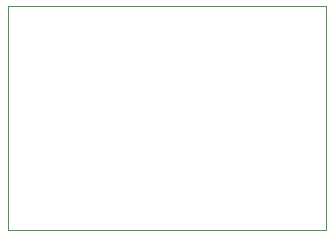
<source format=gm1>
G04 #@! TF.GenerationSoftware,KiCad,Pcbnew,(6.0.7)*
G04 #@! TF.CreationDate,2022-08-30T02:04:22+03:00*
G04 #@! TF.ProjectId,MCU_M_V3,4d43555f-4d5f-4563-932e-6b696361645f,rev?*
G04 #@! TF.SameCoordinates,Original*
G04 #@! TF.FileFunction,Profile,NP*
%FSLAX46Y46*%
G04 Gerber Fmt 4.6, Leading zero omitted, Abs format (unit mm)*
G04 Created by KiCad (PCBNEW (6.0.7)) date 2022-08-30 02:04:22*
%MOMM*%
%LPD*%
G01*
G04 APERTURE LIST*
G04 #@! TA.AperFunction,Profile*
%ADD10C,0.050000*%
G04 #@! TD*
G04 APERTURE END LIST*
D10*
X170460000Y-85600000D02*
X197350000Y-85600000D01*
X197350000Y-104600000D02*
X170460000Y-104600000D01*
X197350000Y-85600000D02*
X197350000Y-104600000D01*
X170460000Y-104600000D02*
X170460000Y-85600000D01*
M02*

</source>
